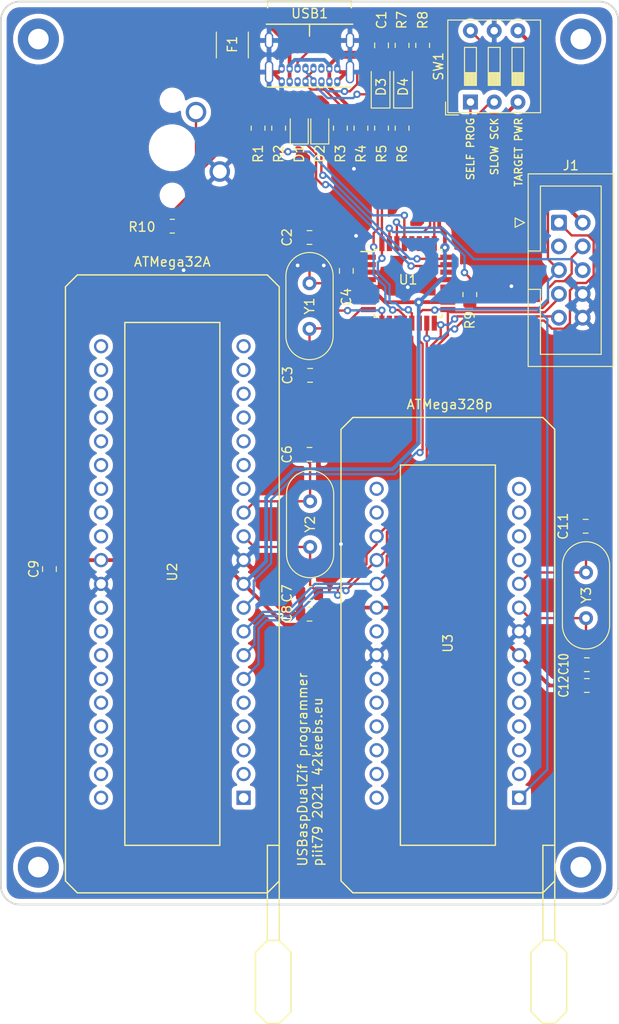
<source format=kicad_pcb>
(kicad_pcb (version 20171130) (host pcbnew 5.1.10-88a1d61d58~89~ubuntu21.04.1)
  (title_block (title "USBaspDualZif: In-Circuit Programmer for Atmel AVR MCUs") (date 2021-06-30) (rev V1.0) (company 42keebs.eu) (comment 1 "GNU General Public License version 2"))
  (layers (0 F.Cu signal) (31 B.Cu signal) (34 B.Paste user) (35 F.Paste user) (36 B.SilkS user) (37 F.SilkS user) (38 B.Mask user) (39 F.Mask user) (44 Edge.Cuts user))
  (net 0 "")
  (net 1 GND)
  (net 2 "Net-(C2-Pad1)")
  (net 3 +5V)
  (net 4 "Net-(D1-Pad1)")
  (net 5 "Net-(D1-Pad2)")
  (net 6 "Net-(D2-Pad2)")
  (net 7 "Net-(D2-Pad1)")
  (net 8 "Net-(D3-Pad1)")
  (net 9 "Net-(D4-Pad1)")
  (net 10 MISO)
  (net 11 VCC)
  (net 12 SCK)
  (net 13 MOSI)
  (net 14 RST)
  (net 15 D+)
  (net 16 D-)
  (net 17 "Net-(C3-Pad1)")
  (net 18 "Net-(C6-Pad1)")
  (net 19 "Net-(C7-Pad1)")
  (net 20 "Net-(C10-Pad1)")
  (net 21 "Net-(C11-Pad1)")
  (net 22 RX)
  (net 23 TX)
  (net 24 "Net-(R7-Pad2)")
  (net 25 "Net-(R8-Pad2)")
  (net 26 "Net-(R9-Pad2)")
  (net 27 VBUS)
  (net 28 "Net-(K1-Pad2)")
  (net 29 SELF_PROG)
  (net 30 SLOW_SCK)
  (module Package_QFP:TQFP-32_7x7mm_P0.8mm (layer F.Cu) (at 90.3605 88.5345)
    (fp_text reference U1 (at 0 -0.39075) (layer F.SilkS))
    (fp_text value ATmega8-16AU)
    (pad 1 smd rect (at -4.25 -2.8) (size 1.6 0.55) (layers F.Cu F.Paste F.Mask))
    (pad 2 smd rect (at -4.25 -2) (size 1.6 0.55) (layers F.Cu F.Paste F.Mask))
    (pad 3 smd rect (at -4.25 -1.2) (size 1.6 0.55) (layers F.Cu F.Paste F.Mask) (net 1 GND))
    (pad 4 smd rect (at -4.25 -0.4) (size 1.6 0.55) (layers F.Cu F.Paste F.Mask) (net 3 +5V))
    (pad 5 smd rect (at -4.25 0.4) (size 1.6 0.55) (layers F.Cu F.Paste F.Mask) (net 1 GND))
    (pad 6 smd rect (at -4.25 1.2) (size 1.6 0.55) (layers F.Cu F.Paste F.Mask) (net 3 +5V))
    (pad 7 smd rect (at -4.25 2) (size 1.6 0.55) (layers F.Cu F.Paste F.Mask) (net 2 "Net-(C2-Pad1)"))
    (pad 8 smd rect (at -4.25 2.8) (size 1.6 0.55) (layers F.Cu F.Paste F.Mask) (net 17 "Net-(C3-Pad1)"))
    (pad 9 smd rect (at -2.8 4.25 90) (size 1.6 0.55) (layers F.Cu F.Paste F.Mask) (net 28 "Net-(K1-Pad2)"))
    (pad 10 smd rect (at -2 4.25 90) (size 1.6 0.55) (layers F.Cu F.Paste F.Mask))
    (pad 11 smd rect (at -1.2 4.25 90) (size 1.6 0.55) (layers F.Cu F.Paste F.Mask))
    (pad 12 smd rect (at -0.4 4.25 90) (size 1.6 0.55) (layers F.Cu F.Paste F.Mask) (net 16 D-))
    (pad 13 smd rect (at 0.4 4.25 90) (size 1.6 0.55) (layers F.Cu F.Paste F.Mask) (net 15 D+))
    (pad 14 smd rect (at 1.2 4.25 90) (size 1.6 0.55) (layers F.Cu F.Paste F.Mask) (net 14 RST))
    (pad 15 smd rect (at 2 4.25 90) (size 1.6 0.55) (layers F.Cu F.Paste F.Mask) (net 13 MOSI))
    (pad 16 smd rect (at 2.8 4.25 90) (size 1.6 0.55) (layers F.Cu F.Paste F.Mask) (net 10 MISO))
    (pad 17 smd rect (at 4.25 2.8) (size 1.6 0.55) (layers F.Cu F.Paste F.Mask) (net 12 SCK))
    (pad 18 smd rect (at 4.25 2) (size 1.6 0.55) (layers F.Cu F.Paste F.Mask) (net 3 +5V))
    (pad 19 smd rect (at 4.25 1.2) (size 1.6 0.55) (layers F.Cu F.Paste F.Mask))
    (pad 20 smd rect (at 4.25 0.4) (size 1.6 0.55) (layers F.Cu F.Paste F.Mask))
    (pad 21 smd rect (at 4.25 -0.4) (size 1.6 0.55) (layers F.Cu F.Paste F.Mask) (net 1 GND))
    (pad 22 smd rect (at 4.25 -1.2) (size 1.6 0.55) (layers F.Cu F.Paste F.Mask))
    (pad 23 smd rect (at 4.25 -2) (size 1.6 0.55) (layers F.Cu F.Paste F.Mask) (net 4 "Net-(D1-Pad1)"))
    (pad 24 smd rect (at 4.25 -2.8) (size 1.6 0.55) (layers F.Cu F.Paste F.Mask) (net 7 "Net-(D2-Pad1)"))
    (pad 25 smd rect (at 2.8 -4.25 90) (size 1.6 0.55) (layers F.Cu F.Paste F.Mask) (net 30 SLOW_SCK))
    (pad 26 smd rect (at 2 -4.25 90) (size 1.6 0.55) (layers F.Cu F.Paste F.Mask))
    (pad 27 smd rect (at 1.2 -4.25 90) (size 1.6 0.55) (layers F.Cu F.Paste F.Mask))
    (pad 28 smd rect (at 0.4 -4.25 90) (size 1.6 0.55) (layers F.Cu F.Paste F.Mask))
    (pad 29 smd rect (at -0.4 -4.25 90) (size 1.6 0.55) (layers F.Cu F.Paste F.Mask) (net 29 SELF_PROG))
    (pad 30 smd rect (at -1.2 -4.25 90) (size 1.6 0.55) (layers F.Cu F.Paste F.Mask) (net 22 RX))
    (pad 31 smd rect (at -2 -4.25 90) (size 1.6 0.55) (layers F.Cu F.Paste F.Mask) (net 26 "Net-(R9-Pad2)"))
    (pad 32 smd rect (at -2.8 -4.25 90) (size 1.6 0.55) (layers F.Cu F.Paste F.Mask) (net 15 D+))
  )
  (module USBaspDualZif:USB_C_GCT_USB4085-offset-pads (layer F.Cu) (at 79.8195 60.833 180)
    (fp_text reference USB1 (at -0.017498 1.13737) (layer F.SilkS))
    (fp_text value USB_C_GCT_USB4085-Type-C)
    (pad A5 thru_hole oval (at -1.275 -6.1 180) (size 0.65 1) (drill 0.4 (offset 0 -0.0635)) (layers *.Cu *.Mask) (net 24 "Net-(R7-Pad2)"))
    (pad A1 thru_hole oval (at -2.975 -6.1 180) (size 0.65 1) (drill 0.4 (offset 0 -0.0635)) (layers *.Cu *.Mask) (net 1 GND))
    (pad A4 thru_hole oval (at -2.125 -6.1 180) (size 0.65 1) (drill 0.4 (offset 0 -0.0635)) (layers *.Cu *.Mask) (net 27 VBUS))
    (pad A6 thru_hole oval (at -0.425 -6.1 180) (size 0.65 1) (drill 0.4 (offset 0 -0.0635)) (layers *.Cu *.Mask) (net 9 "Net-(D4-Pad1)"))
    (pad A7 thru_hole oval (at 0.425 -6.1 180) (size 0.65 1) (drill 0.4 (offset 0 -0.0635)) (layers *.Cu *.Mask) (net 8 "Net-(D3-Pad1)"))
    (pad A8 thru_hole oval (at 1.275 -6.1 180) (size 0.65 1) (drill 0.4 (offset 0 -0.0635)) (layers *.Cu *.Mask))
    (pad A9 thru_hole oval (at 2.125 -6.1 180) (size 0.65 1) (drill 0.4 (offset 0 -0.0635)) (layers *.Cu *.Mask) (net 27 VBUS))
    (pad A12 thru_hole oval (at 2.975 -6.1 180) (size 0.65 1) (drill 0.4 (offset 0 -0.0635)) (layers *.Cu *.Mask) (net 1 GND))
    (pad B12 thru_hole oval (at -2.975 -4.775 180) (size 0.65 1) (drill 0.4 (offset 0 0.0635)) (layers *.Cu *.Mask) (net 1 GND))
    (pad B9 thru_hole oval (at -2.12 -4.775 180) (size 0.65 1) (drill 0.4 (offset 0 0.0635)) (layers *.Cu *.Mask) (net 27 VBUS))
    (pad B8 thru_hole oval (at -1.27 -4.775 180) (size 0.65 1) (drill 0.4 (offset 0 0.0635)) (layers *.Cu *.Mask))
    (pad B7 thru_hole oval (at -0.42 -4.775 180) (size 0.65 1) (drill 0.4 (offset 0 0.0635)) (layers *.Cu *.Mask) (net 8 "Net-(D3-Pad1)"))
    (pad B6 thru_hole oval (at 0.43 -4.775 180) (size 0.65 1) (drill 0.4 (offset 0 0.0635)) (layers *.Cu *.Mask) (net 9 "Net-(D4-Pad1)"))
    (pad B5 thru_hole oval (at 1.28 -4.775 180) (size 0.65 1) (drill 0.4 (offset 0 0.0635)) (layers *.Cu *.Mask) (net 25 "Net-(R8-Pad2)"))
    (pad B4 thru_hole oval (at 2.13 -4.775 180) (size 0.65 1) (drill 0.4 (offset 0 0.0635)) (layers *.Cu *.Mask) (net 27 VBUS))
    (pad B1 thru_hole oval (at 2.98 -4.775 180) (size 0.65 1) (drill 0.4 (offset 0 0.0635)) (layers *.Cu *.Mask) (net 1 GND))
    (pad S1 thru_hole oval (at -4.325 -5.12 180) (size 0.9 2.4) (drill oval 0.6 2.1) (layers *.Cu *.Mask) (net 1 GND))
    (pad S1 thru_hole oval (at 4.325 -5.12 180) (size 0.9 2.4) (drill oval 0.6 2.1) (layers *.Cu *.Mask) (net 1 GND))
    (pad S1 thru_hole oval (at -4.325 -1.74 180) (size 0.9 1.7) (drill oval 0.6 1.4) (layers *.Cu *.Mask) (net 1 GND))
    (pad S1 thru_hole oval (at 4.325 -1.74 180) (size 0.9 1.7) (drill oval 0.6 1.4) (layers *.Cu *.Mask) (net 1 GND))
  )
  (module USBaspDualZif:SW_Cherry_MX1A_1.00u_PCB-NOSCREEN (layer F.Cu) (at 70.2215 76.581 270)
    (fp_text reference K1)
    (fp_text value KEYSW)
    (pad 1 thru_hole circle (at 0 0 270) (size 2.2 2.2) (drill 1.5) (layers *.Cu *.Mask) (net 1 GND))
    (pad 2 thru_hole circle (at -6.35 2.54 270) (size 2.2 2.2) (drill 1.5) (layers *.Cu *.Mask) (net 28 "Net-(K1-Pad2)"))
    (pad "" np_thru_hole circle (at -2.54 5.08 270) (size 4 4) (drill 4) (layers *.Cu *.Mask))
    (pad "" np_thru_hole circle (at -7.62 5.08 270) (size 1.7 1.7) (drill 1.7) (layers *.Cu *.Mask))
    (pad "" np_thru_hole circle (at 2.54 5.08 270) (size 1.7 1.7) (drill 1.7) (layers *.Cu *.Mask))
  )
  (module Crystal:Crystal_HC49-4H_Vertical (layer F.Cu) (at 109.3851 119.4308 270)
    (fp_text reference Y3 (at 2.4257 -0.0254 90) (layer F.SilkS))
    (fp_text value 12Mhz)
    (pad 2 thru_hole circle (at 4.88 0 270) (size 1.5 1.5) (drill 0.8) (layers *.Cu *.Mask) (net 20 "Net-(C10-Pad1)"))
    (pad 1 thru_hole circle (at 0 0 270) (size 1.5 1.5) (drill 0.8) (layers *.Cu *.Mask) (net 21 "Net-(C11-Pad1)"))
  )
  (module Crystal:Crystal_HC49-4H_Vertical (layer F.Cu) (at 79.883 111.8235 270)
    (fp_text reference Y2 (at 2.44 0 90) (layer F.SilkS))
    (fp_text value 12Mhz)
    (pad 2 thru_hole circle (at 4.88 0 270) (size 1.5 1.5) (drill 0.8) (layers *.Cu *.Mask) (net 19 "Net-(C7-Pad1)"))
    (pad 1 thru_hole circle (at 0 0 270) (size 1.5 1.5) (drill 0.8) (layers *.Cu *.Mask) (net 18 "Net-(C6-Pad1)"))
  )
  (module Crystal:Crystal_HC49-4H_Vertical (layer F.Cu) (at 79.8195 88.519 270)
    (fp_text reference Y1 (at 2.44 0 90) (layer F.SilkS))
    (fp_text value 12Mhz)
    (pad 2 thru_hole circle (at 4.88 0 270) (size 1.5 1.5) (drill 0.8) (layers *.Cu *.Mask) (net 17 "Net-(C3-Pad1)"))
    (pad 1 thru_hole circle (at 0 0 270) (size 1.5 1.5) (drill 0.8) (layers *.Cu *.Mask) (net 2 "Net-(C2-Pad1)"))
  )
  (module Sockets:28tex600 (layer F.Cu) (at 94.615 126.995 90)
    (fp_text reference U3 (at -0.005 0 90) (layer F.SilkS))
    (fp_text value ATmega328P-PU)
    (pad 28 thru_hole circle (at -16.51 -7.62 90) (size 1.524 1.524) (drill 1.016) (layers *.Cu *.Mask))
    (pad 27 thru_hole circle (at -13.97 -7.62 90) (size 1.524 1.524) (drill 1.016) (layers *.Cu *.Mask))
    (pad 26 thru_hole circle (at -11.43 -7.62 90) (size 1.524 1.524) (drill 1.016) (layers *.Cu *.Mask))
    (pad 25 thru_hole circle (at -8.89 -7.62 90) (size 1.524 1.524) (drill 1.016) (layers *.Cu *.Mask))
    (pad 24 thru_hole circle (at -6.35 -7.62 90) (size 1.524 1.524) (drill 1.016) (layers *.Cu *.Mask))
    (pad 23 thru_hole circle (at -3.81 -7.62 90) (size 1.524 1.524) (drill 1.016) (layers *.Cu *.Mask))
    (pad 22 thru_hole circle (at -1.27 -7.62 90) (size 1.524 1.524) (drill 1.016) (layers *.Cu *.Mask) (net 1 GND))
    (pad 21 thru_hole circle (at 1.27 -7.62 90) (size 1.524 1.524) (drill 1.016) (layers *.Cu *.Mask))
    (pad 20 thru_hole circle (at 3.81 -7.62 90) (size 1.524 1.524) (drill 1.016) (layers *.Cu *.Mask) (net 3 +5V))
    (pad 19 thru_hole circle (at 6.35 -7.62 90) (size 1.524 1.524) (drill 1.016) (layers *.Cu *.Mask) (net 12 SCK))
    (pad 18 thru_hole circle (at 8.89 -7.62 90) (size 1.524 1.524) (drill 1.016) (layers *.Cu *.Mask) (net 10 MISO))
    (pad 17 thru_hole circle (at 11.43 -7.62 90) (size 1.524 1.524) (drill 1.016) (layers *.Cu *.Mask) (net 13 MOSI))
    (pad 16 thru_hole circle (at 13.97 -7.62 90) (size 1.524 1.524) (drill 1.016) (layers *.Cu *.Mask))
    (pad 15 thru_hole circle (at 16.51 -7.62 90) (size 1.524 1.524) (drill 1.016) (layers *.Cu *.Mask))
    (pad 14 thru_hole circle (at 16.51 7.62 90) (size 1.524 1.524) (drill 1.016) (layers *.Cu *.Mask))
    (pad 13 thru_hole circle (at 13.97 7.62 90) (size 1.524 1.524) (drill 1.016) (layers *.Cu *.Mask))
    (pad 12 thru_hole circle (at 11.43 7.62 90) (size 1.524 1.524) (drill 1.016) (layers *.Cu *.Mask))
    (pad 11 thru_hole circle (at 8.89 7.62 90) (size 1.524 1.524) (drill 1.016) (layers *.Cu *.Mask))
    (pad 10 thru_hole circle (at 6.35 7.62 90) (size 1.524 1.524) (drill 1.016) (layers *.Cu *.Mask) (net 21 "Net-(C11-Pad1)"))
    (pad 9 thru_hole circle (at 3.81 7.62 90) (size 1.524 1.524) (drill 1.016) (layers *.Cu *.Mask) (net 20 "Net-(C10-Pad1)"))
    (pad 8 thru_hole circle (at 1.27 7.62 90) (size 1.524 1.524) (drill 1.016) (layers *.Cu *.Mask) (net 1 GND))
    (pad 7 thru_hole circle (at -1.27 7.62 90) (size 1.524 1.524) (drill 1.016) (layers *.Cu *.Mask) (net 3 +5V))
    (pad 6 thru_hole circle (at -3.81 7.62 90) (size 1.524 1.524) (drill 1.016) (layers *.Cu *.Mask))
    (pad 5 thru_hole circle (at -6.35 7.62 90) (size 1.524 1.524) (drill 1.016) (layers *.Cu *.Mask))
    (pad 4 thru_hole circle (at -8.89 7.62 90) (size 1.524 1.524) (drill 1.016) (layers *.Cu *.Mask))
    (pad 3 thru_hole circle (at -11.43 7.62 90) (size 1.524 1.524) (drill 1.016) (layers *.Cu *.Mask))
    (pad 2 thru_hole circle (at -13.97 7.62 90) (size 1.524 1.524) (drill 1.016) (layers *.Cu *.Mask))
    (pad 1 thru_hole rect (at -16.51 7.62 90) (size 1.524 1.524) (drill 1.016) (layers *.Cu *.Mask) (net 14 RST))
  )
  (module Connector_IDC:IDC-Header_2x05_P2.54mm_Vertical (layer F.Cu) (at 106.4895 82.042)
    (fp_text reference J1 (at 1.27 -6.1) (layer F.SilkS))
    (fp_text value Conn_02x05_Odd_Even)
    (pad 10 thru_hole circle (at 2.54 10.16) (size 1.7 1.7) (drill 1) (layers *.Cu *.Mask) (net 1 GND))
    (pad 8 thru_hole circle (at 2.54 7.62) (size 1.7 1.7) (drill 1) (layers *.Cu *.Mask) (net 1 GND))
    (pad 6 thru_hole circle (at 2.54 5.08) (size 1.7 1.7) (drill 1) (layers *.Cu *.Mask) (net 22 RX))
    (pad 4 thru_hole circle (at 2.54 2.54) (size 1.7 1.7) (drill 1) (layers *.Cu *.Mask) (net 23 TX))
    (pad 2 thru_hole circle (at 2.54 0) (size 1.7 1.7) (drill 1) (layers *.Cu *.Mask) (net 11 VCC))
    (pad 9 thru_hole circle (at 0 10.16) (size 1.7 1.7) (drill 1) (layers *.Cu *.Mask) (net 10 MISO))
    (pad 7 thru_hole circle (at 0 7.62) (size 1.7 1.7) (drill 1) (layers *.Cu *.Mask) (net 12 SCK))
    (pad 5 thru_hole circle (at 0 5.08) (size 1.7 1.7) (drill 1) (layers *.Cu *.Mask) (net 14 RST))
    (pad 3 thru_hole circle (at 0 2.54) (size 1.7 1.7) (drill 1) (layers *.Cu *.Mask))
    (pad 1 thru_hole roundrect (at 0 0) (size 1.7 1.7) (drill 1) (layers *.Cu *.Mask) (roundrect_rratio 0.1470588235294118) (net 13 MOSI))
  )
  (module Diode_SMD:D_SOD-123 (layer F.Cu) (at 89.8195 67.5455 90)
    (fp_text reference D4 (at 0 0.006 90) (layer F.SilkS))
    (fp_text value 3V6)
    (pad 2 smd rect (at 1.65 0 90) (size 0.9 1.2) (layers F.Cu F.Paste F.Mask) (net 1 GND))
    (pad 1 smd rect (at -1.65 0 90) (size 0.9 1.2) (layers F.Cu F.Paste F.Mask) (net 9 "Net-(D4-Pad1)"))
  )
  (module Diode_SMD:D_SOD-123 (layer F.Cu) (at 87.4195 67.5455 90)
    (fp_text reference D3 (at 0 0.047 90) (layer F.SilkS))
    (fp_text value 3V6)
    (pad 2 smd rect (at 1.65 0 90) (size 0.9 1.2) (layers F.Cu F.Paste F.Mask) (net 1 GND))
    (pad 1 smd rect (at -1.65 0 90) (size 0.9 1.2) (layers F.Cu F.Paste F.Mask) (net 8 "Net-(D3-Pad1)"))
  )
  (module Button_Switch_THT:SW_DIP_SPSTx03_Slide_9.78x9.8mm_W7.62mm_P2.54mm (layer F.Cu) (at 97.028 69.1515 90)
    (fp_text reference SW1 (at 3.81 -3.42 90) (layer F.SilkS))
    (fp_text value SW_DIP_x03)
    (pad 6 thru_hole oval (at 7.62 0 90) (size 1.6 1.6) (drill 0.8) (layers *.Cu *.Mask) (net 14 RST))
    (pad 3 thru_hole oval (at 0 5.08 90) (size 1.6 1.6) (drill 0.8) (layers *.Cu *.Mask) (net 3 +5V))
    (pad 5 thru_hole oval (at 7.62 2.54 90) (size 1.6 1.6) (drill 0.8) (layers *.Cu *.Mask) (net 1 GND))
    (pad 2 thru_hole oval (at 0 2.54 90) (size 1.6 1.6) (drill 0.8) (layers *.Cu *.Mask) (net 30 SLOW_SCK))
    (pad 4 thru_hole oval (at 7.62 5.08 90) (size 1.6 1.6) (drill 0.8) (layers *.Cu *.Mask) (net 11 VCC))
    (pad 1 thru_hole rect (at 0 0 90) (size 1.6 1.6) (drill 0.8) (layers *.Cu *.Mask) (net 29 SELF_PROG))
  )
  (module Resistor_SMD:R_0805_2012Metric (layer F.Cu) (at 65.1425 82.423 180)
    (fp_text reference R10 (at 3.2385 -0.08) (layer F.SilkS))
    (fp_text value 10K)
    (pad 2 smd roundrect (at 0.9125 0 180) (size 1.025 1.4) (layers F.Cu F.Paste F.Mask) (roundrect_rratio 0.2439004878048781) (net 28 "Net-(K1-Pad2)"))
    (pad 1 smd roundrect (at -0.9125 0 180) (size 1.025 1.4) (layers F.Cu F.Paste F.Mask) (roundrect_rratio 0.2439004878048781) (net 3 +5V))
  )
  (module MountingHole:MountingHole_2.2mm_M2_Pad (layer F.Cu) (at 108.826 150.9235)
    (fp_text reference H4 hide)
    (fp_text value MountingHole)
    (pad 1 thru_hole circle (at 0 0) (size 4.4 4.4) (drill 2.2) (layers *.Cu *.Mask))
  )
  (module MountingHole:MountingHole_2.2mm_M2_Pad (layer F.Cu) (at 50.826 150.9235)
    (fp_text reference H3 hide)
    (fp_text value MountingHole)
    (pad 1 thru_hole circle (at 0 0) (size 4.4 4.4) (drill 2.2) (layers *.Cu *.Mask))
  )
  (module MountingHole:MountingHole_2.2mm_M2_Pad (layer F.Cu) (at 108.826 62.4235)
    (fp_text reference H2 hide)
    (fp_text value MountingHole)
    (pad 1 thru_hole circle (at 0 0) (size 4.4 4.4) (drill 2.2) (layers *.Cu *.Mask))
  )
  (module MountingHole:MountingHole_2.2mm_M2_Pad (layer F.Cu) (at 50.826 62.4235)
    (fp_text reference H1 hide)
    (fp_text value MountingHole)
    (pad 1 thru_hole circle (at 0 0) (size 4.4 4.4) (drill 2.2) (layers *.Cu *.Mask))
  )
  (module Fuse:Fuse_1812_4532Metric (layer F.Cu) (at 71.5645 63.0555 90)
    (fp_text reference F1 (at 0.0635 0 90) (layer F.SilkS))
    (fp_text value "500 mA")
    (pad 2 smd roundrect (at 2.1375 0 90) (size 1.125 3.4) (layers F.Cu F.Paste F.Mask) (roundrect_rratio 0.2222204444444444) (net 27 VBUS))
    (pad 1 smd roundrect (at -2.1375 0 90) (size 1.125 3.4) (layers F.Cu F.Paste F.Mask) (roundrect_rratio 0.2222204444444444) (net 3 +5V))
  )
  (module Resistor_SMD:R_0805_2012Metric (layer F.Cu) (at 89.7195 71.9455 90)
    (fp_text reference R6 (at -2.7305 0 90) (layer F.SilkS))
    (fp_text value 75)
    (pad 2 smd roundrect (at 0.9125 0 90) (size 1.025 1.4) (layers F.Cu F.Paste F.Mask) (roundrect_rratio 0.2439004878048781) (net 9 "Net-(D4-Pad1)"))
    (pad 1 smd roundrect (at -0.9125 0 90) (size 1.025 1.4) (layers F.Cu F.Paste F.Mask) (roundrect_rratio 0.2439004878048781) (net 15 D+))
  )
  (module Resistor_SMD:R_0805_2012Metric (layer F.Cu) (at 87.5195 71.9455 90)
    (fp_text reference R5 (at -2.7305 0 90) (layer F.SilkS))
    (fp_text value 75)
    (pad 2 smd roundrect (at 0.9125 0 90) (size 1.025 1.4) (layers F.Cu F.Paste F.Mask) (roundrect_rratio 0.2439004878048781) (net 8 "Net-(D3-Pad1)"))
    (pad 1 smd roundrect (at -0.9125 0 90) (size 1.025 1.4) (layers F.Cu F.Paste F.Mask) (roundrect_rratio 0.2439004878048781) (net 16 D-))
  )
  (module Resistor_SMD:R_0805_2012Metric (layer F.Cu) (at 85.3195 71.9455 90)
    (fp_text reference R4 (at -2.7305 0 90) (layer F.SilkS))
    (fp_text value 1.5k)
    (pad 2 smd roundrect (at 0.9125 0 90) (size 1.025 1.4) (layers F.Cu F.Paste F.Mask) (roundrect_rratio 0.2439004878048781) (net 27 VBUS))
    (pad 1 smd roundrect (at -0.9125 0 90) (size 1.025 1.4) (layers F.Cu F.Paste F.Mask) (roundrect_rratio 0.2439004878048781) (net 8 "Net-(D3-Pad1)"))
  )
  (module Resistor_SMD:R_0805_2012Metric (layer F.Cu) (at 83.1195 71.9455 270)
    (fp_text reference R3 (at 2.7305 0 90) (layer F.SilkS))
    (fp_text value 1K)
    (pad 2 smd roundrect (at 0.9125 0 270) (size 1.025 1.4) (layers F.Cu F.Paste F.Mask) (roundrect_rratio 0.2439004878048781) (net 6 "Net-(D2-Pad2)"))
    (pad 1 smd roundrect (at -0.9125 0 270) (size 1.025 1.4) (layers F.Cu F.Paste F.Mask) (roundrect_rratio 0.2439004878048781) (net 3 +5V))
  )
  (module Resistor_SMD:R_0805_2012Metric (layer F.Cu) (at 76.5195 71.9455 270)
    (fp_text reference R2 (at 2.7305 0 90) (layer F.SilkS))
    (fp_text value 1K)
    (pad 2 smd roundrect (at 0.9125 0 270) (size 1.025 1.4) (layers F.Cu F.Paste F.Mask) (roundrect_rratio 0.2439004878048781) (net 5 "Net-(D1-Pad2)"))
    (pad 1 smd roundrect (at -0.9125 0 270) (size 1.025 1.4) (layers F.Cu F.Paste F.Mask) (roundrect_rratio 0.2439004878048781) (net 3 +5V))
  )
  (module Resistor_SMD:R_0805_2012Metric (layer F.Cu) (at 74.3195 71.9455 270)
    (fp_text reference R1 (at 2.7305 0 90) (layer F.SilkS))
    (fp_text value 10K)
    (pad 2 smd roundrect (at 0.9125 0 270) (size 1.025 1.4) (layers F.Cu F.Paste F.Mask) (roundrect_rratio 0.2439004878048781) (net 29 SELF_PROG))
    (pad 1 smd roundrect (at -0.9125 0 270) (size 1.025 1.4) (layers F.Cu F.Paste F.Mask) (roundrect_rratio 0.2439004878048781) (net 3 +5V))
  )
  (module LED_SMD:LED_0805_2012Metric (layer F.Cu) (at 80.9195 71.9455 90)
    (fp_text reference D2 (at -2.7305 0 90) (layer F.SilkS))
    (fp_text value LED)
    (pad 2 smd roundrect (at 0.9375 0 90) (size 0.975 1.4) (layers F.Cu F.Paste F.Mask) (net 6 "Net-(D2-Pad2)"))
    (pad 1 smd roundrect (at -0.9375 0 90) (size 0.975 1.4) (layers F.Cu F.Paste F.Mask) (net 7 "Net-(D2-Pad1)"))
  )
  (module LED_SMD:LED_0805_2012Metric (layer F.Cu) (at 78.7195 71.9455 90)
    (fp_text reference D1 (at -2.7305 0 90) (layer F.SilkS))
    (fp_text value LED)
    (pad 2 smd roundrect (at 0.9375 0 90) (size 0.975 1.4) (layers F.Cu F.Paste F.Mask) (net 5 "Net-(D1-Pad2)"))
    (pad 1 smd roundrect (at -0.9375 0 90) (size 0.975 1.4) (layers F.Cu F.Paste F.Mask) (net 4 "Net-(D1-Pad1)"))
  )
  (module Capacitor_SMD:C_0805_2012Metric (layer F.Cu) (at 83.7565 87.201 90)
    (fp_text reference C4 (at -2.794 0 90) (layer F.SilkS))
    (fp_text value 100n)
    (pad 2 smd roundrect (at 0.95 0 90) (size 1 1.45) (layers F.Cu F.Paste F.Mask) (net 1 GND))
    (pad 1 smd roundrect (at -0.95 0 90) (size 1 1.45) (layers F.Cu F.Paste F.Mask) (net 3 +5V))
  )
  (module Capacitor_SMD:C_0805_2012Metric (layer F.Cu) (at 79.883 98.3615)
    (fp_text reference C3 (at -2.413 0 90) (layer F.SilkS))
    (fp_text value 22p)
    (pad 2 smd roundrect (at 0.95 0) (size 1 1.45) (layers F.Cu F.Paste F.Mask) (net 1 GND))
    (pad 1 smd roundrect (at -0.95 0) (size 1 1.45) (layers F.Cu F.Paste F.Mask) (net 17 "Net-(C3-Pad1)"))
  )
  (module Capacitor_SMD:C_0805_2012Metric (layer F.Cu) (at 79.8195 83.6295 180)
    (fp_text reference C2 (at 2.413 0.0155 90) (layer F.SilkS))
    (fp_text value 22p)
    (pad 2 smd roundrect (at 0.95 0 180) (size 1 1.45) (layers F.Cu F.Paste F.Mask) (net 1 GND))
    (pad 1 smd roundrect (at -0.95 0 180) (size 1 1.45) (layers F.Cu F.Paste F.Mask) (net 2 "Net-(C2-Pad1)"))
  )
  (module Capacitor_SMD:C_0805_2012Metric (layer F.Cu) (at 87.5195 63.0955 90)
    (fp_text reference C1 (at 2.707 0 90) (layer F.SilkS))
    (fp_text value 4.7u)
    (pad 2 smd roundrect (at 0.95 0 90) (size 1 1.45) (layers F.Cu F.Paste F.Mask) (net 1 GND))
    (pad 1 smd roundrect (at -0.95 0 90) (size 1 1.45) (layers F.Cu F.Paste F.Mask) (net 27 VBUS))
  )
  (module Sockets:40tex600 (layer F.Cu) (at 65.151 119.38 90)
    (fp_text reference U2 (at 0 0 90) (layer F.SilkS))
    (fp_text value ATmega32A-PU)
    (pad 40 thru_hole circle (at -24.13 -7.62 90) (size 1.524 1.524) (drill 1.016) (layers *.Cu *.Mask))
    (pad 39 thru_hole circle (at -21.59 -7.62 90) (size 1.524 1.524) (drill 1.016) (layers *.Cu *.Mask))
    (pad 38 thru_hole circle (at -19.05 -7.62 90) (size 1.524 1.524) (drill 1.016) (layers *.Cu *.Mask))
    (pad 37 thru_hole circle (at -16.51 -7.62 90) (size 1.524 1.524) (drill 1.016) (layers *.Cu *.Mask))
    (pad 36 thru_hole circle (at -13.97 -7.62 90) (size 1.524 1.524) (drill 1.016) (layers *.Cu *.Mask))
    (pad 35 thru_hole circle (at -11.43 -7.62 90) (size 1.524 1.524) (drill 1.016) (layers *.Cu *.Mask))
    (pad 34 thru_hole circle (at -8.89 -7.62 90) (size 1.524 1.524) (drill 1.016) (layers *.Cu *.Mask))
    (pad 33 thru_hole circle (at -6.35 -7.62 90) (size 1.524 1.524) (drill 1.016) (layers *.Cu *.Mask))
    (pad 32 thru_hole circle (at -3.81 -7.62 90) (size 1.524 1.524) (drill 1.016) (layers *.Cu *.Mask))
    (pad 31 thru_hole circle (at -1.27 -7.62 90) (size 1.524 1.524) (drill 1.016) (layers *.Cu *.Mask) (net 1 GND))
    (pad 30 thru_hole circle (at 1.27 -7.62 90) (size 1.524 1.524) (drill 1.016) (layers *.Cu *.Mask) (net 3 +5V))
    (pad 29 thru_hole circle (at 3.81 -7.62 90) (size 1.524 1.524) (drill 1.016) (layers *.Cu *.Mask))
    (pad 28 thru_hole circle (at 6.35 -7.62 90) (size 1.524 1.524) (drill 1.016) (layers *.Cu *.Mask))
    (pad 27 thru_hole circle (at 8.89 -7.62 90) (size 1.524 1.524) (drill 1.016) (layers *.Cu *.Mask))
    (pad 26 thru_hole circle (at 11.43 -7.62 90) (size 1.524 1.524) (drill 1.016) (layers *.Cu *.Mask))
    (pad 25 thru_hole circle (at 13.97 -7.62 90) (size 1.524 1.524) (drill 1.016) (layers *.Cu *.Mask))
    (pad 24 thru_hole circle (at 16.51 -7.62 90) (size 1.524 1.524) (drill 1.016) (layers *.Cu *.Mask))
    (pad 23 thru_hole circle (at 19.05 -7.62 90) (size 1.524 1.524) (drill 1.016) (layers *.Cu *.Mask))
    (pad 22 thru_hole circle (at 21.59 -7.62 90) (size 1.524 1.524) (drill 1.016) (layers *.Cu *.Mask))
    (pad 21 thru_hole circle (at 24.13 -7.62 90) (size 1.524 1.524) (drill 1.016) (layers *.Cu *.Mask))
    (pad 20 thru_hole circle (at 24.13 7.62 90) (size 1.524 1.524) (drill 1.016) (layers *.Cu *.Mask))
    (pad 19 thru_hole circle (at 21.59 7.62 90) (size 1.524 1.524) (drill 1.016) (layers *.Cu *.Mask))
    (pad 18 thru_hole circle (at 19.05 7.62 90) (size 1.524 1.524) (drill 1.016) (layers *.Cu *.Mask))
    (pad 17 thru_hole circle (at 16.51 7.62 90) (size 1.524 1.524) (drill 1.016) (layers *.Cu *.Mask))
    (pad 16 thru_hole circle (at 13.97 7.62 90) (size 1.524 1.524) (drill 1.016) (layers *.Cu *.Mask))
    (pad 15 thru_hole circle (at 11.43 7.62 90) (size 1.524 1.524) (drill 1.016) (layers *.Cu *.Mask))
    (pad 14 thru_hole circle (at 8.89 7.62 90) (size 1.524 1.524) (drill 1.016) (layers *.Cu *.Mask))
    (pad 13 thru_hole circle (at 6.35 7.62 90) (size 1.524 1.524) (drill 1.016) (layers *.Cu *.Mask) (net 18 "Net-(C6-Pad1)"))
    (pad 12 thru_hole circle (at 3.81 7.62 90) (size 1.524 1.524) (drill 1.016) (layers *.Cu *.Mask) (net 19 "Net-(C7-Pad1)"))
    (pad 11 thru_hole circle (at 1.27 7.62 90) (size 1.524 1.524) (drill 1.016) (layers *.Cu *.Mask) (net 1 GND))
    (pad 10 thru_hole circle (at -1.27 7.62 90) (size 1.524 1.524) (drill 1.016) (layers *.Cu *.Mask) (net 3 +5V))
    (pad 9 thru_hole circle (at -3.81 7.62 90) (size 1.524 1.524) (drill 1.016) (layers *.Cu *.Mask) (net 14 RST))
    (pad 8 thru_hole circle (at -6.35 7.62 90) (size 1.524 1.524) (drill 1.016) (layers *.Cu *.Mask) (net 12 SCK))
    (pad 7 thru_hole circle (at -8.89 7.62 90) (size 1.524 1.524) (drill 1.016) (layers *.Cu *.Mask) (net 10 MISO))
    (pad 6 thru_hole circle (at -11.43 7.62 90) (size 1.524 1.524) (drill 1.016) (layers *.Cu *.Mask) (net 13 MOSI))
    (pad 5 thru_hole circle (at -13.97 7.62 90) (size 1.524 1.524) (drill 1.016) (layers *.Cu *.Mask))
    (pad 4 thru_hole circle (at -16.51 7.62 90) (size 1.524 1.524) (drill 1.016) (layers *.Cu *.Mask))
    (pad 3 thru_hole circle (at -19.05 7.62 90) (size 1.524 1.524) (drill 1.016) (layers *.Cu *.Mask))
    (pad 2 thru_hole circle (at -21.59 7.62 90) (size 1.524 1.524) (drill 1.016) (layers *.Cu *.Mask))
    (pad 1 thru_hole rect (at -24.13 7.62 90) (size 1.524 1.524) (drill 1.016) (layers *.Cu *.Mask))
  )
  (module Resistor_SMD:R_0805_2012Metric (layer F.Cu) (at 96.9645 89.7255 90)
    (fp_text reference R9 (at -2.7305 0 90) (layer F.SilkS))
    (fp_text value 1k)
    (pad 2 smd roundrect (at 0.9125 0 90) (size 1.025 1.4) (layers F.Cu F.Paste F.Mask) (roundrect_rratio 0.2439004878048781) (net 26 "Net-(R9-Pad2)"))
    (pad 1 smd roundrect (at -0.9125 0 90) (size 1.025 1.4) (layers F.Cu F.Paste F.Mask) (roundrect_rratio 0.2439004878048781) (net 23 TX))
  )
  (module Resistor_SMD:R_0805_2012Metric (layer F.Cu) (at 91.9195 63.0955 270)
    (fp_text reference R8 (at -2.707 -0.006 90) (layer F.SilkS))
    (fp_text value 5.1k)
    (pad 2 smd roundrect (at 0.9125 0 270) (size 1.025 1.4) (layers F.Cu F.Paste F.Mask) (roundrect_rratio 0.2439004878048781) (net 25 "Net-(R8-Pad2)"))
    (pad 1 smd roundrect (at -0.9125 0 270) (size 1.025 1.4) (layers F.Cu F.Paste F.Mask) (roundrect_rratio 0.2439004878048781) (net 1 GND))
  )
  (module Resistor_SMD:R_0805_2012Metric (layer F.Cu) (at 89.7195 63.0955 270)
    (fp_text reference R7 (at -2.707 0.041 90) (layer F.SilkS))
    (fp_text value 5.1k)
    (pad 2 smd roundrect (at 0.9125 0 270) (size 1.025 1.4) (layers F.Cu F.Paste F.Mask) (roundrect_rratio 0.2439004878048781) (net 24 "Net-(R7-Pad2)"))
    (pad 1 smd roundrect (at -0.9125 0 270) (size 1.025 1.4) (layers F.Cu F.Paste F.Mask) (roundrect_rratio 0.2439004878048781) (net 1 GND))
  )
  (module Capacitor_SMD:C_0805_2012Metric (layer F.Cu) (at 109.474 131.5085)
    (fp_text reference C12 (at -2.4765 0.127 90) (layer F.SilkS) (effects (font (size 1 0.8))))
    (fp_text value 100n)
    (pad 2 smd roundrect (at 0.95 0) (size 1 1.45) (layers F.Cu F.Paste F.Mask) (net 1 GND))
    (pad 1 smd roundrect (at -0.95 0) (size 1 1.45) (layers F.Cu F.Paste F.Mask) (net 3 +5V))
  )
  (module Capacitor_SMD:C_0805_2012Metric (layer F.Cu) (at 109.347 114.4905)
    (fp_text reference C11 (at -2.413 0 90) (layer F.SilkS))
    (fp_text value 22p)
    (pad 2 smd roundrect (at 0.95 0) (size 1 1.45) (layers F.Cu F.Paste F.Mask) (net 1 GND))
    (pad 1 smd roundrect (at -0.95 0) (size 1 1.45) (layers F.Cu F.Paste F.Mask) (net 21 "Net-(C11-Pad1)"))
  )
  (module Capacitor_SMD:C_0805_2012Metric (layer F.Cu) (at 109.474 129.286)
    (fp_text reference C10 (at -2.4765 -0.0635 90) (layer F.SilkS) (effects (font (size 1 0.8))))
    (fp_text value 22p)
    (pad 2 smd roundrect (at 0.95 0) (size 1 1.45) (layers F.Cu F.Paste F.Mask) (net 1 GND))
    (pad 1 smd roundrect (at -0.95 0) (size 1 1.45) (layers F.Cu F.Paste F.Mask) (net 20 "Net-(C10-Pad1)"))
  )
  (module Capacitor_SMD:C_0805_2012Metric (layer F.Cu) (at 52.0065 119.0625 90)
    (fp_text reference C9 (at 0 -1.68 90) (layer F.SilkS))
    (fp_text value 100n)
    (pad 2 smd roundrect (at 0.95 0 90) (size 1 1.45) (layers F.Cu F.Paste F.Mask) (net 3 +5V))
    (pad 1 smd roundrect (at -0.95 0 90) (size 1 1.45) (layers F.Cu F.Paste F.Mask) (net 1 GND))
  )
  (module Capacitor_SMD:C_0805_2012Metric (layer F.Cu) (at 79.8195 123.886 180)
    (fp_text reference C8 (at 2.413 0.0025 90) (layer F.SilkS))
    (fp_text value 100n)
    (pad 2 smd roundrect (at 0.95 0 180) (size 1 1.45) (layers F.Cu F.Paste F.Mask) (net 1 GND))
    (pad 1 smd roundrect (at -0.95 0 180) (size 1 1.45) (layers F.Cu F.Paste F.Mask) (net 3 +5V))
  )
  (module Capacitor_SMD:C_0805_2012Metric (layer F.Cu) (at 79.8195 121.666 180)
    (fp_text reference C7 (at 2.413 0 90) (layer F.SilkS))
    (fp_text value 22p)
    (pad 2 smd roundrect (at 0.95 0 180) (size 1 1.45) (layers F.Cu F.Paste F.Mask) (net 1 GND))
    (pad 1 smd roundrect (at -0.95 0 180) (size 1 1.45) (layers F.Cu F.Paste F.Mask) (net 19 "Net-(C7-Pad1)"))
  )
  (module Capacitor_SMD:C_0805_2012Metric (layer F.Cu) (at 79.8195 106.807)
    (fp_text reference C6 (at -2.413 0 90) (layer F.SilkS))
    (fp_text value 22p)
    (pad 2 smd roundrect (at 0.95 0) (size 1 1.45) (layers F.Cu F.Paste F.Mask) (net 1 GND))
    (pad 1 smd roundrect (at -0.95 0) (size 1 1.45) (layers F.Cu F.Paste F.Mask) (net 18 "Net-(C6-Pad1)"))
  )
  (gr_text "USBaspDualZif programmer\npiit79 2021 42keebs.eu" (at 79.883 150.9395 90) (layer F.SilkS) (effects (font (size 1 1)) (justify left)))
  (gr_text ATMega328p (at 94.8055 101.473) (layer F.SilkS) (effects (font (size 1 1))))
  (gr_text ATMega32A (at 65.151 86.233) (layer F.SilkS) (effects (font (size 1 1))))
  (gr_text "TARGET PWR" (at 102.1715 70.739 90) (layer F.SilkS) (effects (font (size 0.8 0.8)) (justify right)))
  (gr_text "SLOW SCK" (at 99.5934 70.739 90) (layer F.SilkS) (effects (font (size 0.8 0.8)) (justify right)))
  (gr_text "SELF PROG" (at 97.028 70.739 90) (layer F.SilkS) (effects (font (size 0.8 0.8)) (justify right)))
  (gr_arc (start 48.8215 60.4185) (end 46.8215 60.4185) (angle 90) (layer Edge.Cuts) (width 0.2))
  (gr_arc (start 48.8215 152.9175) (end 48.8215 154.9175) (angle 90) (layer Edge.Cuts) (width 0.2))
  (gr_arc (start 110.8235 152.916) (end 112.8235 152.916) (angle 90) (layer Edge.Cuts) (width 0.2))
  (gr_arc (start 110.8235 60.42) (end 110.8235 58.42) (angle 90) (layer Edge.Cuts) (width 0.2))
  (gr_line (start 46.8215 152.9175) (end 46.8215 60.4185) (layer Edge.Cuts) (width 0.2))
  (gr_line (start 110.8235 154.916) (end 48.8215 154.9175) (layer Edge.Cuts) (width 0.2))
  (gr_line (start 112.8235 60.42) (end 112.8235 152.916) (layer Edge.Cuts) (width 0.2))
  (gr_line (start 48.8215 58.4185) (end 110.8235 58.42) (layer Edge.Cuts) (width 0.2))
  (via (at 78.5495 86.614) (size 0.8) (drill 0.4) (layers F.Cu B.Cu) (net 1))
  (via (at 81.3435 86.614) (size 0.8) (drill 0.4) (layers F.Cu B.Cu) (net 1))
  (via (at 66.3575 87.122) (size 0.8) (drill 0.4) (layers F.Cu B.Cu) (net 1))
  (via (at 84.7979 83.4517) (size 1) (drill 0.4) (layers F.Cu B.Cu) (net 1))
  (segment (start 84.84 87.3345) (end 86.1105 87.3345) (width 0.4) (layer F.Cu) (net 1))
  (segment (start 83.7565 86.251) (end 84.84 87.3345) (width 0.4) (layer F.Cu) (net 1))
  (segment (start 76.4945 65.953) (end 76.8395 65.608) (width 0.4) (layer F.Cu) (net 1))
  (segment (start 75.4945 65.953) (end 76.4945 65.953) (width 0.4) (layer F.Cu) (net 1))
  (segment (start 83.1395 65.953) (end 82.7945 65.608) (width 0.4) (layer F.Cu) (net 1))
  (segment (start 84.1445 65.953) (end 83.1395 65.953) (width 0.4) (layer F.Cu) (net 1))
  (segment (start 75.8645 65.953) (end 76.8445 66.933) (width 0.4) (layer F.Cu) (net 1))
  (segment (start 75.4945 65.953) (end 75.8645 65.953) (width 0.4) (layer F.Cu) (net 1))
  (segment (start 83.7745 65.953) (end 82.7945 66.933) (width 0.4) (layer F.Cu) (net 1))
  (segment (start 84.1445 65.953) (end 83.7745 65.953) (width 0.4) (layer F.Cu) (net 1))
  (via (at 84.5693 76.2889) (size 0.8) (drill 0.4) (layers F.Cu B.Cu) (net 1))
  (via (at 83.185 116.3955) (size 0.8) (drill 0.4) (layers F.Cu B.Cu) (net 1))
  (via (at 101.4095 88.8365) (size 0.8) (drill 0.4) (layers F.Cu B.Cu) (net 1))
  (segment (start 93.750498 88.1345) (end 94.6105 88.1345) (width 0.4) (layer F.Cu) (net 1))
  (segment (start 92.950498 88.9345) (end 93.750498 88.1345) (width 0.4) (layer F.Cu) (net 1))
  (segment (start 86.1105 88.9345) (end 90.326 88.9345) (width 0.4) (layer F.Cu) (net 1))
  (segment (start 86.970502 87.3345) (end 86.1105 87.3345) (width 0.4) (layer F.Cu) (net 1))
  (segment (start 87.3125 87.676498) (end 86.970502 87.3345) (width 0.4) (layer F.Cu) (net 1))
  (segment (start 87.3125 88.7825) (end 87.3125 87.676498) (width 0.4) (layer F.Cu) (net 1))
  (segment (start 87.1605 88.9345) (end 87.3125 88.7825) (width 0.4) (layer F.Cu) (net 1))
  (segment (start 86.1105 88.9345) (end 87.1605 88.9345) (width 0.4) (layer F.Cu) (net 1))
  (segment (start 90.326 88.9345) (end 92.950498 88.9345) (width 0.4) (layer F.Cu) (net 1))
  (via (at 90.326 88.9345) (size 0.8) (drill 0.4) (layers F.Cu B.Cu) (net 1))
  (segment (start 79.8195 84.5795) (end 80.7695 83.6295) (width 0.25) (layer F.Cu) (net 2))
  (segment (start 79.8195 88.519) (end 79.8195 84.5795) (width 0.25) (layer F.Cu) (net 2))
  (segment (start 86.1105 90.5345) (end 85.283524 90.5345) (width 0.25) (layer F.Cu) (net 2))
  (segment (start 85.283524 90.5345) (end 83.776024 89.027) (width 0.25) (layer F.Cu) (net 2))
  (segment (start 82.58631 88.519) (end 79.8195 88.519) (width 0.25) (layer F.Cu) (net 2))
  (segment (start 83.09431 89.027) (end 82.58631 88.519) (width 0.25) (layer F.Cu) (net 2))
  (segment (start 83.776024 89.027) (end 83.09431 89.027) (width 0.25) (layer F.Cu) (net 2))
  (segment (start 83.773 88.1345) (end 83.7565 88.151) (width 0.4) (layer F.Cu) (net 3))
  (segment (start 86.1105 88.1345) (end 83.773 88.1345) (width 0.4) (layer F.Cu) (net 3))
  (segment (start 57.5285 118.1125) (end 57.531 118.11) (width 0.4) (layer F.Cu) (net 3))
  (segment (start 52.0065 118.1125) (end 57.5285 118.1125) (width 0.4) (layer F.Cu) (net 3))
  (segment (start 70.231 118.11) (end 72.771 120.65) (width 0.4) (layer F.Cu) (net 3))
  (segment (start 57.531 118.11) (end 70.231 118.11) (width 0.4) (layer F.Cu) (net 3))
  (segment (start 97.155 123.185) (end 102.235 128.265) (width 0.4) (layer F.Cu) (net 3))
  (segment (start 86.995 123.185) (end 97.155 123.185) (width 0.4) (layer F.Cu) (net 3))
  (segment (start 74.3195 71.033) (end 76.5195 71.033) (width 0.4) (layer F.Cu) (net 3))
  (segment (start 83.7565 88.151) (end 83.7565 88.2142) (width 0.4) (layer F.Cu) (net 3))
  (segment (start 82.20699 70.12049) (end 83.1195 71.033) (width 0.4) (layer F.Cu) (net 3))
  (segment (start 77.43201 70.12049) (end 82.20699 70.12049) (width 0.4) (layer F.Cu) (net 3))
  (segment (start 76.5195 71.033) (end 77.43201 70.12049) (width 0.4) (layer F.Cu) (net 3))
  (segment (start 93.68551 75.396876) (end 98.597386 70.485) (width 0.4) (layer F.Cu) (net 3))
  (segment (start 93.68551 82.423) (end 93.68551 75.396876) (width 0.4) (layer F.Cu) (net 3))
  (segment (start 94.2975 83.03499) (end 93.68551 82.423) (width 0.4) (layer F.Cu) (net 3))
  (segment (start 100.7745 70.485) (end 102.108 69.1515) (width 0.4) (layer F.Cu) (net 3))
  (segment (start 98.597386 70.485) (end 100.7745 70.485) (width 0.4) (layer F.Cu) (net 3))
  (segment (start 94.2975 84.709) (end 94.2975 83.03499) (width 0.4) (layer F.Cu) (net 3))
  (via (at 94.2975 84.709) (size 1) (drill 0.4) (layers F.Cu B.Cu) (net 3))
  (segment (start 94.2975 84.709) (end 94.2975 87.757) (width 0.4) (layer B.Cu) (net 3))
  (via (at 91.5035 90.551) (size 1) (drill 0.4) (layers F.Cu B.Cu) (net 3))
  (segment (start 94.2975 87.757) (end 91.5035 90.551) (width 0.4) (layer B.Cu) (net 3))
  (segment (start 91.52 90.5345) (end 91.5035 90.551) (width 0.4) (layer F.Cu) (net 3))
  (segment (start 94.6105 90.5345) (end 91.52 90.5345) (width 0.4) (layer F.Cu) (net 3))
  (segment (start 87.105502 89.7345) (end 86.1105 89.7345) (width 0.4) (layer F.Cu) (net 3))
  (segment (start 87.919646 90.548644) (end 87.105502 89.7345) (width 0.4) (layer F.Cu) (net 3))
  (segment (start 91.501144 90.548644) (end 87.919646 90.548644) (width 0.4) (layer F.Cu) (net 3))
  (segment (start 91.5035 90.551) (end 91.501144 90.548644) (width 0.4) (layer F.Cu) (net 3))
  (segment (start 79.64449 125.01101) (end 80.7695 123.886) (width 0.4) (layer F.Cu) (net 3))
  (segment (start 77.13201 125.01101) (end 79.64449 125.01101) (width 0.4) (layer F.Cu) (net 3))
  (segment (start 72.771 120.65) (end 77.13201 125.01101) (width 0.4) (layer F.Cu) (net 3))
  (segment (start 81.4705 123.185) (end 80.7695 123.886) (width 0.4) (layer F.Cu) (net 3))
  (segment (start 86.995 123.185) (end 81.4705 123.185) (width 0.4) (layer F.Cu) (net 3))
  (segment (start 85.226 89.7345) (end 86.1105 89.7345) (width 0.4) (layer F.Cu) (net 3))
  (segment (start 83.7565 88.265) (end 85.226 89.7345) (width 0.4) (layer F.Cu) (net 3))
  (segment (start 83.7565 88.151) (end 83.7565 88.265) (width 0.4) (layer F.Cu) (net 3))
  (segment (start 105.4785 131.5085) (end 102.235 128.265) (width 0.4) (layer F.Cu) (net 3))
  (segment (start 108.524 131.5085) (end 105.4785 131.5085) (width 0.4) (layer F.Cu) (net 3))
  (segment (start 88.7095 108.3945) (end 91.5035 105.6005) (width 0.4) (layer B.Cu) (net 3))
  (segment (start 75.184 111.4425) (end 78.232 108.3945) (width 0.4) (layer B.Cu) (net 3))
  (segment (start 91.5035 105.6005) (end 91.5035 90.390372) (width 0.4) (layer B.Cu) (net 3))
  (segment (start 75.184 118.237) (end 75.184 111.4425) (width 0.4) (layer B.Cu) (net 3))
  (segment (start 78.232 108.3945) (end 88.7095 108.3945) (width 0.4) (layer B.Cu) (net 3))
  (segment (start 72.771 120.65) (end 75.184 118.237) (width 0.4) (layer B.Cu) (net 3))
  (segment (start 71.5645 68.278) (end 74.3195 71.033) (width 0.4) (layer F.Cu) (net 3))
  (segment (start 71.5645 65.193) (end 71.5645 68.278) (width 0.4) (layer F.Cu) (net 3))
  (segment (start 68.20651 76.38299) (end 68.206509 78.537469) (width 0.4) (layer F.Cu) (net 3))
  (segment (start 73.5565 71.033) (end 68.20651 76.38299) (width 0.4) (layer F.Cu) (net 3))
  (segment (start 74.3195 71.033) (end 73.5565 71.033) (width 0.4) (layer F.Cu) (net 3))
  (segment (start 66.055 80.688978) (end 66.055 82.423) (width 0.4) (layer F.Cu) (net 3))
  (segment (start 68.206509 78.537469) (end 66.055 80.688978) (width 0.4) (layer F.Cu) (net 3))
  (segment (start 81.207256 82.423) (end 66.055 82.423) (width 0.4) (layer F.Cu) (net 3))
  (segment (start 82.63149 83.847234) (end 81.207256 82.423) (width 0.4) (layer F.Cu) (net 3))
  (segment (start 82.63149 87.02599) (end 82.63149 83.847234) (width 0.4) (layer F.Cu) (net 3))
  (segment (start 83.7565 88.151) (end 82.63149 87.02599) (width 0.4) (layer F.Cu) (net 3))
  (segment (start 90.678 86.6775) (end 94.4675 86.6775) (width 0.25) (layer F.Cu) (net 4))
  (segment (start 94.4675 86.6775) (end 94.6105 86.5345) (width 0.25) (layer F.Cu) (net 4))
  (via (at 90.678 86.6775) (size 0.8) (drill 0.4) (layers F.Cu B.Cu) (net 4))
  (segment (start 90.678 86.6775) (end 81.9785 77.978) (width 0.25) (layer B.Cu) (net 4))
  (via (at 81.534 77.978) (size 0.8) (drill 0.4) (layers F.Cu B.Cu) (net 4))
  (segment (start 81.9785 77.978) (end 81.534 77.978) (width 0.25) (layer B.Cu) (net 4))
  (segment (start 81.168334 77.978) (end 80.518 77.327666) (width 0.25) (layer F.Cu) (net 4))
  (segment (start 81.534 77.978) (end 81.168334 77.978) (width 0.25) (layer F.Cu) (net 4))
  (segment (start 80.518 74.6815) (end 78.7195 72.883) (width 0.25) (layer F.Cu) (net 4))
  (segment (start 80.518 77.327666) (end 80.518 74.6815) (width 0.25) (layer F.Cu) (net 4))
  (segment (start 78.5245 71.033) (end 78.5495 71.008) (width 0.25) (layer F.Cu) (net 5))
  (segment (start 76.8695 72.858) (end 78.7195 71.008) (width 0.25) (layer F.Cu) (net 5))
  (segment (start 76.5195 72.858) (end 76.8695 72.858) (width 0.25) (layer F.Cu) (net 5))
  (segment (start 83.6045 72.883) (end 83.6295 72.858) (width 0.25) (layer F.Cu) (net 6))
  (segment (start 82.7695 72.858) (end 83.1195 72.858) (width 0.25) (layer F.Cu) (net 6))
  (segment (start 80.9195 71.008) (end 82.7695 72.858) (width 0.25) (layer F.Cu) (net 6))
  (via (at 91.318186 85.909277) (size 0.8) (drill 0.4) (layers F.Cu B.Cu) (net 7))
  (segment (start 94.435723 85.909277) (end 94.6105 85.7345) (width 0.25) (layer F.Cu) (net 7))
  (segment (start 91.318186 85.909277) (end 94.435723 85.909277) (width 0.25) (layer F.Cu) (net 7))
  (segment (start 81.0895 72.883) (end 81.0895 76.826164) (width 0.25) (layer F.Cu) (net 7))
  (segment (start 90.548157 85.909277) (end 81.621624 76.982744) (width 0.25) (layer B.Cu) (net 7))
  (via (at 81.24608 76.982744) (size 0.8) (drill 0.4) (layers F.Cu B.Cu) (net 7))
  (segment (start 81.621624 76.982744) (end 81.24608 76.982744) (width 0.25) (layer B.Cu) (net 7))
  (segment (start 81.0895 76.826164) (end 81.24608 76.982744) (width 0.25) (layer F.Cu) (net 7))
  (segment (start 91.318186 85.909277) (end 90.548157 85.909277) (width 0.25) (layer B.Cu) (net 7))
  (segment (start 79.3945 66.752248) (end 79.3945 66.933) (width 0.25) (layer F.Cu) (net 8))
  (segment (start 80.2395 65.608) (end 80.2395 65.907248) (width 0.25) (layer F.Cu) (net 8))
  (segment (start 85.6945 72.858) (end 87.5195 71.033) (width 0.25) (layer F.Cu) (net 8))
  (segment (start 85.3195 72.858) (end 85.6945 72.858) (width 0.25) (layer F.Cu) (net 8))
  (segment (start 84.29449 71.83299) (end 85.3195 72.858) (width 0.25) (layer F.Cu) (net 8))
  (segment (start 84.29449 70.6823) (end 84.29449 71.83299) (width 0.25) (layer F.Cu) (net 8))
  (segment (start 87.5195 69.1955) (end 87.5195 71.033) (width 0.25) (layer F.Cu) (net 8))
  (segment (start 80.2395 65.788752) (end 80.2395 65.608) (width 0.25) (layer F.Cu) (net 8))
  (segment (start 79.3945 66.633752) (end 80.2395 65.788752) (width 0.25) (layer F.Cu) (net 8))
  (segment (start 79.3945 66.933) (end 79.3945 66.633752) (width 0.25) (layer F.Cu) (net 8))
  (segment (start 79.3945 67.240752) (end 79.3945 66.933) (width 0.25) (layer F.Cu) (net 8))
  (segment (start 79.975258 67.82151) (end 79.3945 67.240752) (width 0.25) (layer F.Cu) (net 8))
  (segment (start 81.4337 67.82151) (end 79.975258 67.82151) (width 0.25) (layer F.Cu) (net 8))
  (segment (start 84.29449 70.6823) (end 81.4337 67.82151) (width 0.25) (layer F.Cu) (net 8))
  (segment (start 89.7195 69.1955) (end 89.7195 71.033) (width 0.25) (layer F.Cu) (net 9))
  (segment (start 80.2445 66.752248) (end 80.2445 66.933) (width 0.25) (layer B.Cu) (net 9))
  (segment (start 79.3895 65.897248) (end 80.2445 66.752248) (width 0.25) (layer B.Cu) (net 9))
  (segment (start 79.3895 65.608) (end 79.3895 65.897248) (width 0.25) (layer B.Cu) (net 9))
  (segment (start 89.65 68.326) (end 84.8995 68.326) (width 0.25) (layer F.Cu) (net 9))
  (segment (start 89.8195 68.4955) (end 89.65 68.326) (width 0.25) (layer F.Cu) (net 9))
  (segment (start 89.8195 69.1955) (end 89.8195 68.4955) (width 0.25) (layer F.Cu) (net 9))
  (segment (start 84.491999 68.733501) (end 84.8995 68.326) (width 0.25) (layer B.Cu) (net 9))
  (segment (start 80.2445 67.240752) (end 81.737249 68.733501) (width 0.25) (layer B.Cu) (net 9))
  (segment (start 81.737249 68.733501) (end 84.491999 68.733501) (width 0.25) (layer B.Cu) (net 9))
  (segment (start 80.2445 66.933) (end 80.2445 67.240752) (width 0.25) (layer B.Cu) (net 9))
  (via (at 84.8995 68.326) (size 0.8) (drill 0.4) (layers F.Cu B.Cu) (net 9))
  (via (at 93.853 92.964) (size 0.8) (drill 0.4) (layers F.Cu B.Cu) (net 10))
  (segment (start 93.1605 92.7845) (end 93.6735 92.7845) (width 0.25) (layer F.Cu) (net 10))
  (segment (start 93.6735 92.7845) (end 93.853 92.964) (width 0.25) (layer F.Cu) (net 10))
  (segment (start 72.771 128.27) (end 72.771 128.3208) (width 0.25) (layer B.Cu) (net 10))
  (segment (start 73.914 127.1778) (end 73.914 125.22341) (width 0.25) (layer B.Cu) (net 10))
  (segment (start 72.771 128.3208) (end 73.914 127.1778) (width 0.25) (layer B.Cu) (net 10))
  (segment (start 75.047392 124.090018) (end 77.588802 124.090018) (width 0.25) (layer B.Cu) (net 10))
  (segment (start 73.914 125.22341) (end 75.047392 124.090018) (width 0.25) (layer B.Cu) (net 10))
  (segment (start 77.588802 124.090018) (end 80.58381 121.09501) (width 0.25) (layer B.Cu) (net 10))
  (via (at 83.715781 121.37) (size 0.8) (drill 0.4) (layers F.Cu B.Cu) (net 10))
  (segment (start 83.440791 121.09501) (end 83.715781 121.37) (width 0.25) (layer B.Cu) (net 10))
  (segment (start 80.58381 121.09501) (end 83.440791 121.09501) (width 0.25) (layer B.Cu) (net 10))
  (segment (start 83.73 121.37) (end 83.715781 121.37) (width 0.25) (layer F.Cu) (net 10))
  (segment (start 86.995 118.105) (end 83.73 121.37) (width 0.25) (layer F.Cu) (net 10))
  (via (at 95.3355 92.336205) (size 0.8) (drill 0.4) (layers F.Cu B.Cu) (net 10))
  (segment (start 94.707705 92.964) (end 95.3355 92.336205) (width 0.25) (layer B.Cu) (net 10))
  (segment (start 93.853 92.964) (end 94.707705 92.964) (width 0.25) (layer B.Cu) (net 10))
  (segment (start 88.0999 115.09651) (end 92.81051 110.3859) (width 0.25) (layer F.Cu) (net 10))
  (segment (start 93.853 92.964) (end 93.853 94.19481) (width 0.25) (layer F.Cu) (net 10))
  (segment (start 93.853 94.19481) (end 92.81051 95.2373) (width 0.25) (layer F.Cu) (net 10))
  (segment (start 86.995 118.105) (end 88.0999 117.0001) (width 0.25) (layer F.Cu) (net 10))
  (segment (start 92.81051 110.3859) (end 92.81051 95.2373) (width 0.25) (layer F.Cu) (net 10))
  (segment (start 88.0999 117.0001) (end 88.0999 115.09651) (width 0.25) (layer F.Cu) (net 10))
  (segment (start 95.61049 92.061215) (end 106.348715 92.061215) (width 0.25) (layer F.Cu) (net 10))
  (segment (start 106.348715 92.061215) (end 106.4895 92.202) (width 0.25) (layer F.Cu) (net 10))
  (segment (start 95.3355 92.336205) (end 95.61049 92.061215) (width 0.25) (layer F.Cu) (net 10))
  (segment (start 105.8545 78.867) (end 109.0295 82.042) (width 0.4) (layer F.Cu) (net 11))
  (segment (start 105.8545 65.278) (end 105.8545 78.867) (width 0.4) (layer F.Cu) (net 11))
  (segment (start 102.108 61.5315) (end 105.8545 65.278) (width 0.4) (layer F.Cu) (net 11))
  (segment (start 86.995 120.734762) (end 86.995 120.645) (width 0.25) (layer B.Cu) (net 12))
  (segment (start 94.6105 91.58969) (end 94.6105 91.3345) (width 0.25) (layer F.Cu) (net 12))
  (segment (start 72.771 125.73) (end 74.86099 123.64001) (width 0.25) (layer B.Cu) (net 12))
  (segment (start 74.86099 123.64001) (end 77.402401 123.640009) (width 0.25) (layer B.Cu) (net 12))
  (segment (start 80.39741 120.645) (end 86.995 120.645) (width 0.25) (layer B.Cu) (net 12))
  (segment (start 77.402401 123.640009) (end 80.39741 120.645) (width 0.25) (layer B.Cu) (net 12))
  (segment (start 88.54991 115.28291) (end 93.26052 110.5723) (width 0.25) (layer F.Cu) (net 12))
  (segment (start 94.6105 94.07372) (end 94.6105 91.3345) (width 0.25) (layer F.Cu) (net 12))
  (segment (start 88.082001 117.654409) (end 88.54991 117.1865) (width 0.25) (layer F.Cu) (net 12))
  (segment (start 93.26052 95.4237) (end 94.6105 94.07372) (width 0.25) (layer F.Cu) (net 12))
  (segment (start 93.26052 110.5723) (end 93.26052 95.4237) (width 0.25) (layer F.Cu) (net 12))
  (segment (start 88.54991 117.1865) (end 88.54991 115.28291) (width 0.25) (layer F.Cu) (net 12))
  (segment (start 88.082001 119.557999) (end 88.082001 117.654409) (width 0.25) (layer F.Cu) (net 12))
  (segment (start 86.995 120.645) (end 88.082001 119.557999) (width 0.25) (layer F.Cu) (net 12))
  (segment (start 104.984795 91.611205) (end 106.4895 90.1065) (width 0.25) (layer F.Cu) (net 12))
  (segment (start 106.4895 90.1065) (end 106.4895 89.662) (width 0.25) (layer F.Cu) (net 12))
  (segment (start 94.887205 91.611205) (end 104.984795 91.611205) (width 0.25) (layer F.Cu) (net 12))
  (segment (start 94.6105 91.3345) (end 94.887205 91.611205) (width 0.25) (layer F.Cu) (net 12))
  (segment (start 72.771 130.81) (end 74.36401 129.21699) (width 0.25) (layer B.Cu) (net 13))
  (segment (start 75.243672 124.540028) (end 77.775203 124.540027) (width 0.25) (layer B.Cu) (net 13))
  (segment (start 74.36401 125.41969) (end 75.243672 124.540028) (width 0.25) (layer B.Cu) (net 13))
  (segment (start 74.36401 129.21699) (end 74.36401 125.41969) (width 0.25) (layer B.Cu) (net 13))
  (segment (start 77.783673 124.540027) (end 80.77868 121.54502) (width 0.25) (layer B.Cu) (net 13))
  (segment (start 77.775203 124.540027) (end 77.783673 124.540027) (width 0.25) (layer B.Cu) (net 13))
  (via (at 82.8421 121.8565) (size 0.8) (drill 0.4) (layers F.Cu B.Cu) (net 13))
  (segment (start 82.53062 121.54502) (end 82.8421 121.8565) (width 0.25) (layer B.Cu) (net 13))
  (segment (start 80.77868 121.54502) (end 82.53062 121.54502) (width 0.25) (layer B.Cu) (net 13))
  (segment (start 85.907999 118.555591) (end 85.907999 117.507901) (width 0.25) (layer F.Cu) (net 13))
  (segment (start 83.82629 120.6373) (end 85.907999 118.555591) (width 0.25) (layer F.Cu) (net 13))
  (segment (start 85.907999 117.507901) (end 86.995 116.4209) (width 0.25) (layer F.Cu) (net 13))
  (segment (start 83.375479 120.6373) (end 83.82629 120.6373) (width 0.25) (layer F.Cu) (net 13))
  (segment (start 86.995 116.4209) (end 86.995 115.565) (width 0.25) (layer F.Cu) (net 13))
  (segment (start 82.8421 121.170679) (end 83.375479 120.6373) (width 0.25) (layer F.Cu) (net 13))
  (segment (start 82.8421 121.8565) (end 82.8421 121.170679) (width 0.25) (layer F.Cu) (net 13))
  (via (at 92.365006 94.425786) (size 0.8) (drill 0.4) (layers F.Cu B.Cu) (net 13))
  (segment (start 95.4405 93.4085) (end 95.3355 93.4085) (width 0.25) (layer F.Cu) (net 13))
  (segment (start 95.3355 93.4085) (end 94.899615 93.4085) (width 0.25) (layer B.Cu) (net 13))
  (segment (start 94.899615 93.4085) (end 93.882329 94.425786) (width 0.25) (layer B.Cu) (net 13))
  (segment (start 93.882329 94.425786) (end 92.365006 94.425786) (width 0.25) (layer B.Cu) (net 13))
  (via (at 95.3355 93.4085) (size 0.8) (drill 0.4) (layers F.Cu B.Cu) (net 13))
  (segment (start 92.3605 92.7845) (end 92.3605 94.42128) (width 0.25) (layer F.Cu) (net 13))
  (segment (start 92.3605 94.42128) (end 92.365006 94.425786) (width 0.25) (layer F.Cu) (net 13))
  (segment (start 86.995 115.565) (end 92.3605 110.1995) (width 0.25) (layer F.Cu) (net 13))
  (segment (start 92.3605 94.430292) (end 92.365006 94.425786) (width 0.25) (layer F.Cu) (net 13))
  (segment (start 92.3605 110.1995) (end 92.3605 94.430292) (width 0.25) (layer F.Cu) (net 13))
  (segment (start 107.664501 92.766001) (end 107.053501 93.377001) (width 0.25) (layer F.Cu) (net 13))
  (segment (start 107.053501 93.377001) (end 105.759501 93.377001) (width 0.25) (layer F.Cu) (net 13))
  (segment (start 107.664501 89.287997) (end 107.664501 92.766001) (width 0.25) (layer F.Cu) (net 13))
  (segment (start 109.403503 88.486999) (end 108.465499 88.486999) (width 0.25) (layer F.Cu) (net 13))
  (segment (start 108.465499 88.486999) (end 107.664501 89.287997) (width 0.25) (layer F.Cu) (net 13))
  (segment (start 110.204501 87.686001) (end 109.403503 88.486999) (width 0.25) (layer F.Cu) (net 13))
  (segment (start 110.204501 84.017999) (end 110.204501 87.686001) (width 0.25) (layer F.Cu) (net 13))
  (segment (start 109.593501 83.406999) (end 110.204501 84.017999) (width 0.25) (layer F.Cu) (net 13))
  (segment (start 107.854499 83.406999) (end 109.593501 83.406999) (width 0.25) (layer F.Cu) (net 13))
  (segment (start 106.4895 82.042) (end 107.854499 83.406999) (width 0.25) (layer F.Cu) (net 13))
  (segment (start 105.759501 93.377001) (end 104.893725 92.511225) (width 0.25) (layer F.Cu) (net 13))
  (segment (start 96.232775 92.511225) (end 95.3355 93.4085) (width 0.25) (layer F.Cu) (net 13))
  (segment (start 104.893725 92.511225) (end 96.232775 92.511225) (width 0.25) (layer F.Cu) (net 13))
  (segment (start 91.5605 94.6466) (end 91.5605 92.7845) (width 0.25) (layer F.Cu) (net 14))
  (segment (start 91.91049 94.99659) (end 91.5605 94.6466) (width 0.25) (layer F.Cu) (net 14))
  (segment (start 105.314499 88.297001) (end 106.4895 87.122) (width 0.25) (layer B.Cu) (net 14))
  (segment (start 105.314499 90.202001) (end 105.314499 88.297001) (width 0.25) (layer B.Cu) (net 14))
  (segment (start 104.203999 91.312501) (end 105.314499 90.202001) (width 0.25) (layer B.Cu) (net 14))
  (segment (start 105.250999 140.489001) (end 102.235 143.505) (width 0.25) (layer B.Cu) (net 14))
  (segment (start 105.250999 92.360499) (end 105.250999 140.489001) (width 0.25) (layer B.Cu) (net 14))
  (segment (start 104.203999 91.313499) (end 105.250999 92.360499) (width 0.25) (layer B.Cu) (net 14))
  (segment (start 104.203999 91.312501) (end 104.203999 91.313499) (width 0.25) (layer B.Cu) (net 14))
  (segment (start 98.425 62.9285) (end 97.028 61.5315) (width 0.25) (layer F.Cu) (net 14))
  (segment (start 102.616 62.9285) (end 98.425 62.9285) (width 0.25) (layer F.Cu) (net 14))
  (segment (start 105.31449 65.62699) (end 102.616 62.9285) (width 0.25) (layer F.Cu) (net 14))
  (segment (start 105.31449 85.94699) (end 105.31449 65.62699) (width 0.25) (layer F.Cu) (net 14))
  (segment (start 106.4895 87.122) (end 105.31449 85.94699) (width 0.25) (layer F.Cu) (net 14))
  (via (at 91.624686 106.610686) (size 0.8) (drill 0.4) (layers F.Cu B.Cu) (net 14))
  (segment (start 91.91049 106.324882) (end 91.624686 106.610686) (width 0.25) (layer F.Cu) (net 14))
  (segment (start 91.91049 106.01901) (end 91.91049 106.324882) (width 0.25) (layer F.Cu) (net 14))
  (segment (start 91.91049 106.01901) (end 91.91049 94.99659) (width 0.25) (layer F.Cu) (net 14))
  (via (at 93.210488 91.384468) (size 0.8) (drill 0.4) (layers F.Cu B.Cu) (net 14))
  (segment (start 91.910532 91.384468) (end 93.210488 91.384468) (width 0.25) (layer F.Cu) (net 14))
  (segment (start 104.203999 91.312501) (end 93.282455 91.312501) (width 0.25) (layer B.Cu) (net 14))
  (segment (start 93.282455 91.312501) (end 93.210488 91.384468) (width 0.25) (layer B.Cu) (net 14))
  (segment (start 91.5605 92.7845) (end 91.5605 91.7345) (width 0.25) (layer F.Cu) (net 14))
  (segment (start 91.5605 91.7345) (end 91.910532 91.384468) (width 0.25) (layer F.Cu) (net 14))
  (segment (start 91.23579 106.610686) (end 91.624686 106.610686) (width 0.25) (layer B.Cu) (net 14))
  (segment (start 78.449466 108.91951) (end 88.926966 108.91951) (width 0.25) (layer B.Cu) (net 14))
  (segment (start 75.70901 111.659966) (end 78.449466 108.91951) (width 0.25) (layer B.Cu) (net 14))
  (segment (start 88.926966 108.91951) (end 91.23579 106.610686) (width 0.25) (layer B.Cu) (net 14))
  (segment (start 75.70901 118.454466) (end 75.70901 111.659966) (width 0.25) (layer B.Cu) (net 14))
  (segment (start 73.858001 120.305475) (end 75.70901 118.454466) (width 0.25) (layer B.Cu) (net 14))
  (segment (start 73.858001 122.102999) (end 73.858001 120.305475) (width 0.25) (layer B.Cu) (net 14))
  (segment (start 72.771 123.19) (end 73.858001 122.102999) (width 0.25) (layer B.Cu) (net 14))
  (segment (start 87.539998 84.263998) (end 87.5605 84.2845) (width 0.25) (layer F.Cu) (net 15))
  (segment (start 87.5605 75.017) (end 87.5605 84.2845) (width 0.25) (layer F.Cu) (net 15))
  (segment (start 89.7195 72.858) (end 87.5605 75.017) (width 0.25) (layer F.Cu) (net 15))
  (via (at 87.5665 85.852) (size 0.8) (drill 0.4) (layers F.Cu B.Cu) (net 15))
  (segment (start 87.5605 85.846) (end 87.5665 85.852) (width 0.25) (layer F.Cu) (net 15))
  (segment (start 87.5605 84.2845) (end 87.5605 85.846) (width 0.25) (layer F.Cu) (net 15))
  (via (at 90.38048 91.348645) (size 0.8) (drill 0.4) (layers F.Cu B.Cu) (net 15))
  (segment (start 90.7605 92.7845) (end 90.7605 91.728665) (width 0.25) (layer F.Cu) (net 15))
  (segment (start 90.7605 91.728665) (end 90.38048 91.348645) (width 0.25) (layer F.Cu) (net 15))
  (segment (start 90.38048 91.348645) (end 89.754643 91.348645) (width 0.25) (layer B.Cu) (net 15))
  (segment (start 89.754643 91.348645) (end 89.057497 90.651499) (width 0.25) (layer B.Cu) (net 15))
  (segment (start 88.37762 88.69512) (end 87.12751 87.44501) (width 0.25) (layer B.Cu) (net 15))
  (segment (start 88.620905 90.651499) (end 88.37762 90.408214) (width 0.25) (layer B.Cu) (net 15))
  (segment (start 88.37762 90.408214) (end 88.37762 88.69512) (width 0.25) (layer B.Cu) (net 15))
  (segment (start 89.057497 90.651499) (end 88.620905 90.651499) (width 0.25) (layer B.Cu) (net 15))
  (segment (start 87.12751 86.29099) (end 87.5665 85.852) (width 0.25) (layer B.Cu) (net 15))
  (segment (start 87.12751 87.44501) (end 87.12751 86.29099) (width 0.25) (layer B.Cu) (net 15))
  (segment (start 87.5195 72.858) (end 87.543 72.858) (width 0.25) (layer F.Cu) (net 16))
  (segment (start 87.6935 73.0085) (end 87.6935 74.24759) (width 0.25) (layer F.Cu) (net 16))
  (segment (start 87.6935 74.24759) (end 87.11049 74.8306) (width 0.25) (layer F.Cu) (net 16))
  (segment (start 87.543 72.858) (end 87.6935 73.0085) (width 0.25) (layer F.Cu) (net 16))
  (segment (start 87.11049 74.8306) (end 87.11049 82.7405) (width 0.25) (layer F.Cu) (net 16))
  (via (at 86.6775 84.6455) (size 0.8) (drill 0.4) (layers F.Cu B.Cu) (net 16))
  (segment (start 86.6775 83.17349) (end 86.6775 84.6455) (width 0.25) (layer F.Cu) (net 16))
  (segment (start 87.11049 82.7405) (end 86.6775 83.17349) (width 0.25) (layer F.Cu) (net 16))
  (via (at 88.709496 91.3765) (size 0.8) (drill 0.4) (layers F.Cu B.Cu) (net 16))
  (segment (start 86.6775 84.6455) (end 86.6775 87.641706) (width 0.25) (layer B.Cu) (net 16))
  (segment (start 87.92761 88.891816) (end 87.92761 90.594614) (width 0.25) (layer B.Cu) (net 16))
  (segment (start 86.6775 87.641706) (end 87.92761 88.891816) (width 0.25) (layer B.Cu) (net 16))
  (segment (start 87.92761 90.594614) (end 88.709496 91.3765) (width 0.25) (layer B.Cu) (net 16))
  (segment (start 89.9605 91.998319) (end 89.338681 91.3765) (width 0.25) (layer F.Cu) (net 16))
  (segment (start 89.9605 92.7845) (end 89.9605 91.998319) (width 0.25) (layer F.Cu) (net 16))
  (segment (start 89.338681 91.3765) (end 88.709496 91.3765) (width 0.25) (layer F.Cu) (net 16))
  (segment (start 85.283524 91.3295) (end 83.776024 92.837) (width 0.25) (layer F.Cu) (net 17))
  (segment (start 82.58631 93.345) (end 79.8195 93.345) (width 0.25) (layer F.Cu) (net 17))
  (segment (start 86.1105 91.3295) (end 85.283524 91.3295) (width 0.25) (layer F.Cu) (net 17))
  (segment (start 83.09431 92.837) (end 82.58631 93.345) (width 0.25) (layer F.Cu) (net 17))
  (segment (start 83.776024 92.837) (end 83.09431 92.837) (width 0.25) (layer F.Cu) (net 17))
  (segment (start 79.8195 97.475) (end 78.933 98.3615) (width 0.25) (layer F.Cu) (net 17))
  (segment (start 79.8195 93.399) (end 79.8195 97.475) (width 0.25) (layer F.Cu) (net 17))
  (segment (start 73.9775 111.8235) (end 72.771 113.03) (width 0.25) (layer F.Cu) (net 18))
  (segment (start 79.883 111.8235) (end 73.9775 111.8235) (width 0.25) (layer F.Cu) (net 18))
  (segment (start 79.883 107.8205) (end 78.8695 106.807) (width 0.25) (layer F.Cu) (net 18))
  (segment (start 79.883 111.8235) (end 79.883 107.8205) (width 0.25) (layer F.Cu) (net 18))
  (segment (start 79.883 120.7795) (end 80.7695 121.666) (width 0.25) (layer F.Cu) (net 19))
  (segment (start 79.883 116.7035) (end 79.883 120.7795) (width 0.25) (layer F.Cu) (net 19))
  (segment (start 73.9045 116.7035) (end 72.771 115.57) (width 0.25) (layer F.Cu) (net 19))
  (segment (start 79.883 116.7035) (end 73.9045 116.7035) (width 0.25) (layer F.Cu) (net 19))
  (segment (start 103.3608 124.3108) (end 102.235 123.185) (width 0.25) (layer F.Cu) (net 20))
  (segment (start 109.3851 124.3108) (end 103.3608 124.3108) (width 0.25) (layer F.Cu) (net 20))
  (segment (start 109.3851 128.4249) (end 108.524 129.286) (width 0.25) (layer F.Cu) (net 20))
  (segment (start 109.3851 124.3108) (end 109.3851 128.4249) (width 0.25) (layer F.Cu) (net 20))
  (segment (start 103.4492 119.4308) (end 102.235 120.645) (width 0.25) (layer F.Cu) (net 21))
  (segment (start 109.3851 119.4308) (end 103.4492 119.4308) (width 0.25) (layer F.Cu) (net 21))
  (segment (start 109.3851 115.4786) (end 108.397 114.4905) (width 0.25) (layer F.Cu) (net 21))
  (segment (start 109.3851 119.4308) (end 109.3851 115.4786) (width 0.25) (layer F.Cu) (net 21))
  (via (at 89.110114 81.98591) (size 0.8) (drill 0.4) (layers F.Cu B.Cu) (net 22))
  (segment (start 89.1605 84.2845) (end 89.1605 82.036296) (width 0.25) (layer F.Cu) (net 22))
  (segment (start 89.1605 82.036296) (end 89.110114 81.98591) (width 0.25) (layer F.Cu) (net 22))
  (segment (start 89.110114 81.98591) (end 89.72136 82.597156) (width 0.25) (layer B.Cu) (net 22))
  (segment (start 89.72136 82.597156) (end 94.043069 82.597157) (width 0.25) (layer B.Cu) (net 22))
  (segment (start 107.854499 85.946999) (end 109.0295 87.122) (width 0.25) (layer B.Cu) (net 22))
  (segment (start 97.392911 85.946999) (end 107.854499 85.946999) (width 0.25) (layer B.Cu) (net 22))
  (segment (start 94.043069 82.597157) (end 97.392911 85.946999) (width 0.25) (layer B.Cu) (net 22))
  (segment (start 104.736305 91.161195) (end 97.487695 91.161195) (width 0.25) (layer F.Cu) (net 23))
  (segment (start 105.314499 90.583001) (end 104.736305 91.161195) (width 0.25) (layer F.Cu) (net 23))
  (segment (start 105.314499 89.097999) (end 105.314499 90.583001) (width 0.25) (layer F.Cu) (net 23))
  (segment (start 107.053501 88.297001) (end 106.115497 88.297001) (width 0.25) (layer F.Cu) (net 23))
  (segment (start 97.487695 91.161195) (end 96.9645 90.638) (width 0.25) (layer F.Cu) (net 23))
  (segment (start 107.854499 87.496003) (end 107.053501 88.297001) (width 0.25) (layer F.Cu) (net 23))
  (segment (start 107.854499 85.757001) (end 107.854499 87.496003) (width 0.25) (layer F.Cu) (net 23))
  (segment (start 106.115497 88.297001) (end 105.314499 89.097999) (width 0.25) (layer F.Cu) (net 23))
  (segment (start 109.0295 84.582) (end 107.854499 85.757001) (width 0.25) (layer F.Cu) (net 23))
  (via (at 83.566 68.0085) (size 0.8) (drill 0.4) (layers F.Cu B.Cu) (net 24))
  (segment (start 81.0945 67.315) (end 81.788 68.0085) (width 0.25) (layer B.Cu) (net 24))
  (segment (start 84.131685 68.0085) (end 83.566 68.0085) (width 0.25) (layer F.Cu) (net 24))
  (segment (start 88.85699 64.87051) (end 86.13249 64.87051) (width 0.25) (layer F.Cu) (net 24))
  (segment (start 89.7195 64.008) (end 88.85699 64.87051) (width 0.25) (layer F.Cu) (net 24))
  (segment (start 81.788 68.0085) (end 83.566 68.0085) (width 0.25) (layer B.Cu) (net 24))
  (segment (start 84.91951 67.220675) (end 84.131685 68.0085) (width 0.25) (layer F.Cu) (net 24))
  (segment (start 81.0945 66.933) (end 81.0945 67.315) (width 0.25) (layer B.Cu) (net 24))
  (segment (start 84.91951 66.08349) (end 84.91951 67.220675) (width 0.25) (layer F.Cu) (net 24))
  (segment (start 86.13249 64.87051) (end 84.91951 66.08349) (width 0.25) (layer F.Cu) (net 24))
  (segment (start 83.756498 68.0085) (end 83.566 68.0085) (width 0.25) (layer B.Cu) (net 24))
  (segment (start 78.5395 64.907) (end 78.5395 65.608) (width 0.25) (layer F.Cu) (net 25))
  (segment (start 79.64601 63.80049) (end 78.5395 64.907) (width 0.25) (layer F.Cu) (net 25))
  (segment (start 86.12301 63.80049) (end 79.64601 63.80049) (width 0.25) (layer F.Cu) (net 25))
  (segment (start 86.75301 63.17049) (end 86.12301 63.80049) (width 0.25) (layer F.Cu) (net 25))
  (segment (start 91.08199 63.17049) (end 86.75301 63.17049) (width 0.25) (layer F.Cu) (net 25))
  (segment (start 91.9195 64.008) (end 91.08199 63.17049) (width 0.25) (layer F.Cu) (net 25))
  (segment (start 88.3605 82.662494) (end 88.345173 82.647167) (width 0.25) (layer F.Cu) (net 26))
  (segment (start 88.3605 84.2845) (end 88.3605 82.662494) (width 0.25) (layer F.Cu) (net 26))
  (via (at 88.345173 82.647167) (size 0.8) (drill 0.4) (layers F.Cu B.Cu) (net 26))
  (segment (start 96.393 85.583498) (end 96.393 87.376) (width 0.25) (layer B.Cu) (net 26))
  (via (at 96.393 87.376) (size 0.8) (drill 0.4) (layers F.Cu B.Cu) (net 26))
  (segment (start 93.856668 83.047166) (end 96.393 85.583498) (width 0.25) (layer B.Cu) (net 26))
  (segment (start 88.745172 83.047166) (end 93.856668 83.047166) (width 0.25) (layer B.Cu) (net 26))
  (segment (start 88.345173 82.647167) (end 88.745172 83.047166) (width 0.25) (layer B.Cu) (net 26))
  (segment (start 96.9645 87.9475) (end 96.393 87.376) (width 0.25) (layer F.Cu) (net 26))
  (segment (start 96.9645 88.813) (end 96.9645 87.9475) (width 0.25) (layer F.Cu) (net 26))
  (segment (start 77.6895 63.165905) (end 77.6895 65.608) (width 0.4) (layer F.Cu) (net 27))
  (segment (start 75.441595 60.918) (end 77.6895 63.165905) (width 0.4) (layer F.Cu) (net 27))
  (segment (start 71.5645 60.918) (end 75.441595 60.918) (width 0.4) (layer F.Cu) (net 27))
  (segment (start 85.3195 71.033) (end 85.3195 71.0175) (width 0.4) (layer F.Cu) (net 27))
  (segment (start 81.9395 65.194182) (end 81.9395 65.608) (width 0.4) (layer B.Cu) (net 27))
  (segment (start 81.389808 64.64449) (end 81.9395 65.194182) (width 0.4) (layer B.Cu) (net 27))
  (segment (start 78.239192 64.64449) (end 81.389808 64.64449) (width 0.4) (layer B.Cu) (net 27))
  (segment (start 77.6895 65.194182) (end 78.239192 64.64449) (width 0.4) (layer B.Cu) (net 27))
  (segment (start 77.6895 65.608) (end 77.6895 65.194182) (width 0.4) (layer B.Cu) (net 27))
  (segment (start 81.9395 66.928) (end 81.9445 66.933) (width 0.4) (layer B.Cu) (net 27))
  (segment (start 81.9395 66.928) (end 81.9445 66.933) (width 0.4) (layer F.Cu) (net 27))
  (segment (start 81.9395 65.608) (end 81.9395 66.928) (width 0.4) (layer F.Cu) (net 27))
  (segment (start 77.6895 66.928) (end 77.6945 66.933) (width 0.4) (layer F.Cu) (net 27))
  (segment (start 77.6895 65.608) (end 77.6895 66.928) (width 0.4) (layer F.Cu) (net 27))
  (segment (start 81.9395 65.199182) (end 81.9395 65.608) (width 0.4) (layer F.Cu) (net 27))
  (segment (start 82.813182 64.3255) (end 81.9395 65.199182) (width 0.4) (layer F.Cu) (net 27))
  (segment (start 87.2395 64.3255) (end 82.813182 64.3255) (width 0.4) (layer F.Cu) (net 27))
  (segment (start 87.5195 64.0455) (end 87.2395 64.3255) (width 0.4) (layer F.Cu) (net 27))
  (segment (start 81.9445 67.571002) (end 85.3195 70.946002) (width 0.4) (layer F.Cu) (net 27))
  (segment (start 85.3195 70.946002) (end 85.3195 71.033) (width 0.4) (layer F.Cu) (net 27))
  (segment (start 81.9445 66.933) (end 81.9445 67.571002) (width 0.4) (layer F.Cu) (net 27))
  (segment (start 87.5538 91.4146) (end 87.5538 92.7778) (width 0.25) (layer F.Cu) (net 28))
  (segment (start 87.5538 92.7778) (end 87.5605 92.7845) (width 0.25) (layer F.Cu) (net 28))
  (via (at 87.5538 91.4146) (size 0.8) (drill 0.4) (layers F.Cu B.Cu) (net 28))
  (segment (start 64.23 81.771502) (end 64.23 82.423) (width 0.25) (layer F.Cu) (net 28))
  (segment (start 67.6815 78.320002) (end 64.23 81.771502) (width 0.25) (layer F.Cu) (net 28))
  (segment (start 67.6815 70.231) (end 67.6815 78.320002) (width 0.25) (layer F.Cu) (net 28))
  (via (at 83.8835 91.44) (size 0.8) (drill 0.4) (layers F.Cu B.Cu) (net 28))
  (segment (start 83.9089 91.4146) (end 83.8835 91.44) (width 0.25) (layer B.Cu) (net 28))
  (segment (start 87.5538 91.4146) (end 83.9089 91.4146) (width 0.25) (layer B.Cu) (net 28))
  (segment (start 64.23 87.7885) (end 64.23 82.423) (width 0.25) (layer F.Cu) (net 28))
  (segment (start 67.8815 91.44) (end 64.23 87.7885) (width 0.25) (layer F.Cu) (net 28))
  (segment (start 83.8835 91.44) (end 67.8815 91.44) (width 0.25) (layer F.Cu) (net 28))
  (via (at 77.5081 74.4601) (size 0.8) (drill 0.4) (layers F.Cu B.Cu) (net 29))
  (segment (start 75.9216 74.4601) (end 77.5081 74.4601) (width 0.25) (layer F.Cu) (net 29))
  (segment (start 74.3195 72.858) (end 75.9216 74.4601) (width 0.25) (layer F.Cu) (net 29))
  (via (at 89.9605 81.2609) (size 0.8) (drill 0.4) (layers F.Cu B.Cu) (net 29))
  (segment (start 89.9605 83.039) (end 89.9605 81.2609) (width 0.25) (layer F.Cu) (net 29))
  (segment (start 89.9605 84.2845) (end 89.9605 83.039) (width 0.25) (layer F.Cu) (net 29))
  (segment (start 97.028 70.6755) (end 97.028 69.1515) (width 0.25) (layer F.Cu) (net 29))
  (segment (start 92.71049 74.99301) (end 97.028 70.6755) (width 0.25) (layer F.Cu) (net 29))
  (segment (start 92.71049 82.35901) (end 92.71049 74.99301) (width 0.25) (layer F.Cu) (net 29))
  (segment (start 92.0305 83.039) (end 92.71049 82.35901) (width 0.25) (layer F.Cu) (net 29))
  (segment (start 89.9605 83.039) (end 92.0305 83.039) (width 0.25) (layer F.Cu) (net 29))
  (segment (start 89.394815 81.2609) (end 89.9605 81.2609) (width 0.25) (layer B.Cu) (net 29))
  (segment (start 86.5949 81.2609) (end 89.394815 81.2609) (width 0.25) (layer B.Cu) (net 29))
  (segment (start 79.7941 74.4601) (end 86.5949 81.2609) (width 0.25) (layer B.Cu) (net 29))
  (segment (start 77.5081 74.4601) (end 79.7941 74.4601) (width 0.25) (layer B.Cu) (net 29))
  (segment (start 99.18841 69.1515) (end 99.568 69.1515) (width 0.25) (layer F.Cu) (net 30))
  (segment (start 93.1605 75.17941) (end 99.18841 69.1515) (width 0.25) (layer F.Cu) (net 30))
  (segment (start 93.1605 84.2845) (end 93.1605 75.17941) (width 0.25) (layer F.Cu) (net 30))
  (zone (net 1) (net_name GND) (layer B.Cu) (connect_pads (clearance 0.508)) (min_thickness 0.254) (fill yes (arc_segments 32) (thermal_gap 0.508) (thermal_bridge_width 0.508))
    (polygon (pts (xy 112.903 155.0035) (xy 46.7995 155.0035) (xy 46.7995 58.3565) (xy 112.903 58.3565)))
  )
  (zone (net 1) (net_name GND) (layer F.Cu) (connect_pads (clearance 0.508)) (min_thickness 0.254) (fill yes (arc_segments 32) (thermal_gap 0.508) (thermal_bridge_width 0.508))
    (polygon (pts (xy 112.903 155.0035) (xy 46.7995 155.0035) (xy 46.7995 58.3565) (xy 112.903 58.3565)))
  )
)
</source>
